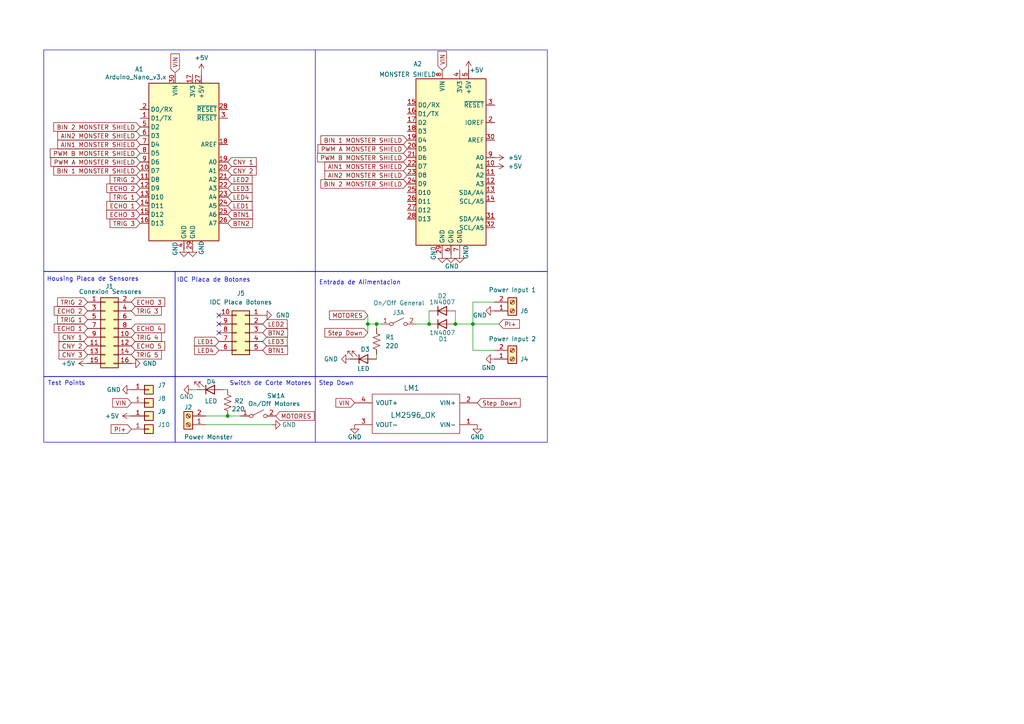
<source format=kicad_sch>
(kicad_sch (version 20231120) (generator "eeschema") (generator_version "8.0")
  (paper "A4")
  (lib_symbols
    (symbol "Connector:Screw_Terminal_01x02" (pin_names (offset 1.016) hide)
      (property "Reference" "J" (at 0 2.54 0))
      (property "Value" "Screw_Terminal_01x02" (at 0 -5.08 0))
      (symbol "Screw_Terminal_01x02_1_1"
        (rectangle (start -1.27 1.27) (end 1.27 -3.81) (stroke (width 0.254)) (fill (type background)))
        (circle (center 0 -2.54) (radius 0.635) (stroke (width 0.1524)))
        (polyline (pts (xy -0.5334 -2.2098) (xy 0.3302 -3.048)) (stroke (width 0.1524)))
        (polyline (pts (xy -0.5334 0.3302) (xy 0.3302 -0.508)) (stroke (width 0.1524)))
        (polyline (pts (xy -0.3556 -2.032) (xy 0.508 -2.8702)) (stroke (width 0.1524)))
        (polyline (pts (xy -0.3556 0.508) (xy 0.508 -0.3302)) (stroke (width 0.1524)))
        (circle (center 0 0) (radius 0.635) (stroke (width 0.1524)))
        (pin passive line (at -5.08 0 0) (length 3.81) (name "Pin_1") (number "1"))
        (pin passive line (at -5.08 -2.54 0) (length 3.81) (name "Pin_2") (number "2"))
      )
    )
    (symbol "Connector_Generic:Conn_01x01" (pin_names (offset 1.016) hide)
      (property "Reference" "J" (at 0 2.54 0))
      (property "Value" "Conn_01x01" (at 0 -2.54 0))
      (symbol "Conn_01x01_1_1"
        (rectangle (start -1.27 0.127) (end 0 -0.127) (stroke (width 0.1524)))
        (rectangle (start -1.27 1.27) (end 1.27 -1.27) (stroke (width 0.254)) (fill (type background)))
        (pin passive line (at -5.08 0 0) (length 3.81) (name "Pin_1") (number "1"))
      )
    )
    (symbol "Connector_Generic:Conn_02x05_Counter_Clockwise" (pin_names (offset 1.016) hide)
      (property "Reference" "J" (at 1.27 7.62 0))
      (property "Value" "Conn_02x05_Counter_Clockwise" (at 1.27 -7.62 0))
      (symbol "Conn_02x05_Counter_Clockwise_1_1"
        (rectangle (start -1.27 -4.953) (end 0 -5.207) (stroke (width 0.1524)))
        (rectangle (start -1.27 -2.413) (end 0 -2.667) (stroke (width 0.1524)))
        (rectangle (start -1.27 0.127) (end 0 -0.127) (stroke (width 0.1524)))
        (rectangle (start -1.27 2.667) (end 0 2.413) (stroke (width 0.1524)))
        (rectangle (start -1.27 5.207) (end 0 4.953) (stroke (width 0.1524)))
        (rectangle (start -1.27 6.35) (end 3.81 -6.35) (stroke (width 0.254)) (fill (type background)))
        (rectangle (start 3.81 -4.953) (end 2.54 -5.207) (stroke (width 0.1524)))
        (rectangle (start 3.81 -2.413) (end 2.54 -2.667) (stroke (width 0.1524)))
        (rectangle (start 3.81 0.127) (end 2.54 -0.127) (stroke (width 0.1524)))
        (rectangle (start 3.81 2.667) (end 2.54 2.413) (stroke (width 0.1524)))
        (rectangle (start 3.81 5.207) (end 2.54 4.953) (stroke (width 0.1524)))
        (pin passive line (at -5.08 5.08 0) (length 3.81) (name "Pin_1") (number "1"))
        (pin passive line (at 7.62 5.08 180) (length 3.81) (name "Pin_10") (number "10"))
        (pin passive line (at -5.08 2.54 0) (length 3.81) (name "Pin_2") (number "2"))
        (pin passive line (at -5.08 0 0) (length 3.81) (name "Pin_3") (number "3"))
        (pin passive line (at -5.08 -2.54 0) (length 3.81) (name "Pin_4") (number "4"))
        (pin passive line (at -5.08 -5.08 0) (length 3.81) (name "Pin_5") (number "5"))
        (pin passive line (at 7.62 -5.08 180) (length 3.81) (name "Pin_6") (number "6"))
        (pin passive line (at 7.62 -2.54 180) (length 3.81) (name "Pin_7") (number "7"))
        (pin passive line (at 7.62 0 180) (length 3.81) (name "Pin_8") (number "8"))
        (pin passive line (at 7.62 2.54 180) (length 3.81) (name "Pin_9") (number "9"))
      )
    )
    (symbol "Connector_Generic:Conn_02x08_Odd_Even" (pin_names (offset 1.016) hide)
      (property "Reference" "J" (at 1.27 10.16 0))
      (property "Value" "Conn_02x08_Odd_Even" (at 1.27 -12.7 0))
      (symbol "Conn_02x08_Odd_Even_1_1"
        (rectangle (start -1.27 -10.033) (end 0 -10.287) (stroke (width 0.1524)))
        (rectangle (start -1.27 -7.493) (end 0 -7.747) (stroke (width 0.1524)))
        (rectangle (start -1.27 -4.953) (end 0 -5.207) (stroke (width 0.1524)))
        (rectangle (start -1.27 -2.413) (end 0 -2.667) (stroke (width 0.1524)))
        (rectangle (start -1.27 0.127) (end 0 -0.127) (stroke (width 0.1524)))
        (rectangle (start -1.27 2.667) (end 0 2.413) (stroke (width 0.1524)))
        (rectangle (start -1.27 5.207) (end 0 4.953) (stroke (width 0.1524)))
        (rectangle (start -1.27 7.747) (end 0 7.493) (stroke (width 0.1524)))
        (rectangle (start -1.27 8.89) (end 3.81 -11.43) (stroke (width 0.254)) (fill (type background)))
        (rectangle (start 3.81 -10.033) (end 2.54 -10.287) (stroke (width 0.1524)))
        (rectangle (start 3.81 -7.493) (end 2.54 -7.747) (stroke (width 0.1524)))
        (rectangle (start 3.81 -4.953) (end 2.54 -5.207) (stroke (width 0.1524)))
        (rectangle (start 3.81 -2.413) (end 2.54 -2.667) (stroke (width 0.1524)))
        (rectangle (start 3.81 0.127) (end 2.54 -0.127) (stroke (width 0.1524)))
        (rectangle (start 3.81 2.667) (end 2.54 2.413) (stroke (width 0.1524)))
        (rectangle (start 3.81 5.207) (end 2.54 4.953) (stroke (width 0.1524)))
        (rectangle (start 3.81 7.747) (end 2.54 7.493) (stroke (width 0.1524)))
        (pin passive line (at -5.08 7.62 0) (length 3.81) (name "Pin_1") (number "1"))
        (pin passive line (at 7.62 -2.54 180) (length 3.81) (name "Pin_10") (number "10"))
        (pin passive line (at -5.08 -5.08 0) (length 3.81) (name "Pin_11") (number "11"))
        (pin passive line (at 7.62 -5.08 180) (length 3.81) (name "Pin_12") (number "12"))
        (pin passive line (at -5.08 -7.62 0) (length 3.81) (name "Pin_13") (number "13"))
        (pin passive line (at 7.62 -7.62 180) (length 3.81) (name "Pin_14") (number "14"))
        (pin passive line (at -5.08 -10.16 0) (length 3.81) (name "Pin_15") (number "15"))
        (pin passive line (at 7.62 -10.16 180) (length 3.81) (name "Pin_16") (number "16"))
        (pin passive line (at 7.62 7.62 180) (length 3.81) (name "Pin_2") (number "2"))
        (pin passive line (at -5.08 5.08 0) (length 3.81) (name "Pin_3") (number "3"))
        (pin passive line (at 7.62 5.08 180) (length 3.81) (name "Pin_4") (number "4"))
        (pin passive line (at -5.08 2.54 0) (length 3.81) (name "Pin_5") (number "5"))
        (pin passive line (at 7.62 2.54 180) (length 3.81) (name "Pin_6") (number "6"))
        (pin passive line (at -5.08 0 0) (length 3.81) (name "Pin_7") (number "7"))
        (pin passive line (at 7.62 0 180) (length 3.81) (name "Pin_8") (number "8"))
        (pin passive line (at -5.08 -2.54 0) (length 3.81) (name "Pin_9") (number "9"))
      )
    )
    (symbol "Device:LED" (pin_numbers hide) (pin_names (offset 1.016) hide)
      (property "Reference" "D" (at 0 2.54 0))
      (property "Value" "LED" (at 0 -2.54 0))
      (symbol "LED_0_1"
        (polyline (pts (xy -1.27 -1.27) (xy -1.27 1.27)) (stroke (width 0.254)))
        (polyline (pts (xy -1.27 0) (xy 1.27 0)))
        (polyline (pts (xy 1.27 -1.27) (xy 1.27 1.27) (xy -1.27 0) (xy 1.27 -1.27)) (stroke (width 0.254)))
        (polyline (pts (xy -3.048 -0.762) (xy -4.572 -2.286) (xy -3.81 -2.286) (xy -4.572 -2.286) (xy -4.572 -1.524)))
        (polyline (pts (xy -1.778 -0.762) (xy -3.302 -2.286) (xy -2.54 -2.286) (xy -3.302 -2.286) (xy -3.302 -1.524)))
      )
      (symbol "LED_1_1"
        (pin passive line (at -3.81 0 0) (length 2.54) (name "K") (number "1"))
        (pin passive line (at 3.81 0 180) (length 2.54) (name "A") (number "2"))
      )
    )
    (symbol "Device:R_US" (pin_numbers hide) (pin_names (offset 0))
      (property "Reference" "R" (at 2.54 0 90))
      (property "Value" "R_US" (at -2.54 0 90))
      (symbol "R_US_0_1"
        (polyline (pts (xy 0 -2.286) (xy 0 -2.54)))
        (polyline (pts (xy 0 2.286) (xy 0 2.54)))
        (polyline (pts (xy 0 -0.762) (xy 1.016 -1.143) (xy 0 -1.524) (xy -1.016 -1.905) (xy 0 -2.286)))
        (polyline (pts (xy 0 0.762) (xy 1.016 0.381) (xy 0 0) (xy -1.016 -0.381) (xy 0 -0.762)))
        (polyline (pts (xy 0 2.286) (xy 1.016 1.905) (xy 0 1.524) (xy -1.016 1.143) (xy 0 0.762)))
      )
      (symbol "R_US_1_1"
        (pin passive line (at 0 3.81 270) (length 1.27) (name "~") (number "1"))
        (pin passive line (at 0 -3.81 90) (length 1.27) (name "~") (number "2"))
      )
    )
    (symbol "Diode:1N4007" (pin_numbers hide) (pin_names hide)
      (property "Reference" "D" (at 0 2.54 0))
      (property "Value" "1N4007" (at 0 -2.54 0))
      (symbol "1N4007_0_1"
        (polyline (pts (xy -1.27 1.27) (xy -1.27 -1.27)) (stroke (width 0.254)))
        (polyline (pts (xy 1.27 0) (xy -1.27 0)))
        (polyline (pts (xy 1.27 1.27) (xy 1.27 -1.27) (xy -1.27 0) (xy 1.27 1.27)) (stroke (width 0.254)))
      )
      (symbol "1N4007_1_1"
        (pin passive line (at -3.81 0 0) (length 2.54) (name "K") (number "1"))
        (pin passive line (at 3.81 0 180) (length 2.54) (name "A") (number "2"))
      )
    )
    (symbol "LM2596:LM2596_OK" (pin_names (offset 1.016))
      (property "Reference" "LM1" (at 7.366 -1.524 90))
      (property "Value" "LM2596_OK" (at 4.572 -1.27 90))
      (symbol "LM2596_OK_0_1"
        (rectangle (start -8.89 11.43) (end 2.54 -13.97))
      )
      (symbol "LM2596_OK_1_1"
        (pin input line (at 0 -19.05 90) (length 5.08) (name "VIN-") (number "1"))
        (pin input line (at -6.35 -19.05 90) (length 5.08) (name "VIN+") (number "2"))
        (pin input line (at 0 16.51 270) (length 5.08) (name "VOUT-") (number "3"))
        (pin input line (at -6.35 16.51 270) (length 5.08) (name "VOUT+") (number "4"))
      )
    )
    (symbol "MCU_Module:Arduino_Nano_v3.x"
      (property "Reference" "A" (at -10.16 23.495 0))
      (property "Value" "Arduino_Nano_v3.x" (at 5.08 -24.13 0))
      (symbol "Arduino_Nano_v3.x_0_1"
        (rectangle (start -10.16 22.86) (end 10.16 -22.86) (stroke (width 0.254)) (fill (type background)))
      )
      (symbol "Arduino_Nano_v3.x_1_1"
        (pin bidirectional line (at -12.7 12.7 0) (length 2.54) (name "D1/TX") (number "1"))
        (pin bidirectional line (at -12.7 -2.54 0) (length 2.54) (name "D7") (number "10"))
        (pin bidirectional line (at -12.7 -5.08 0) (length 2.54) (name "D8") (number "11"))
        (pin bidirectional line (at -12.7 -7.62 0) (length 2.54) (name "D9") (number "12"))
        (pin bidirectional line (at -12.7 -10.16 0) (length 2.54) (name "D10") (number "13"))
        (pin bidirectional line (at -12.7 -12.7 0) (length 2.54) (name "D11") (number "14"))
        (pin bidirectional line (at -12.7 -15.24 0) (length 2.54) (name "D12") (number "15"))
        (pin bidirectional line (at -12.7 -17.78 0) (length 2.54) (name "D13") (number "16"))
        (pin power_out line (at 2.54 25.4 270) (length 2.54) (name "3V3") (number "17"))
        (pin input line (at 12.7 5.08 180) (length 2.54) (name "AREF") (number "18"))
        (pin bidirectional line (at 12.7 0 180) (length 2.54) (name "A0") (number "19"))
        (pin bidirectional line (at -12.7 15.24 0) (length 2.54) (name "D0/RX") (number "2"))
        (pin bidirectional line (at 12.7 -2.54 180) (length 2.54) (name "A1") (number "20"))
        (pin bidirectional line (at 12.7 -5.08 180) (length 2.54) (name "A2") (number "21"))
        (pin bidirectional line (at 12.7 -7.62 180) (length 2.54) (name "A3") (number "22"))
        (pin bidirectional line (at 12.7 -10.16 180) (length 2.54) (name "A4") (number "23"))
        (pin bidirectional line (at 12.7 -12.7 180) (length 2.54) (name "A5") (number "24"))
        (pin bidirectional line (at 12.7 -15.24 180) (length 2.54) (name "A6") (number "25"))
        (pin bidirectional line (at 12.7 -17.78 180) (length 2.54) (name "A7") (number "26"))
        (pin power_out line (at 5.08 25.4 270) (length 2.54) (name "+5V") (number "27"))
        (pin input line (at 12.7 15.24 180) (length 2.54) (name "~{RESET}") (number "28"))
        (pin power_in line (at 2.54 -25.4 90) (length 2.54) (name "GND") (number "29"))
        (pin input line (at 12.7 12.7 180) (length 2.54) (name "~{RESET}") (number "3"))
        (pin power_in line (at -2.54 25.4 270) (length 2.54) (name "VIN") (number "30"))
        (pin power_in line (at 0 -25.4 90) (length 2.54) (name "GND") (number "4"))
        (pin bidirectional line (at -12.7 10.16 0) (length 2.54) (name "D2") (number "5"))
        (pin bidirectional line (at -12.7 7.62 0) (length 2.54) (name "D3") (number "6"))
        (pin bidirectional line (at -12.7 5.08 0) (length 2.54) (name "D4") (number "7"))
        (pin bidirectional line (at -12.7 2.54 0) (length 2.54) (name "D5") (number "8"))
        (pin bidirectional line (at -12.7 0 0) (length 2.54) (name "D6") (number "9"))
      )
    )
    (symbol "MCU_Module:Arduino_UNO_R3"
      (property "Reference" "A" (at -10.16 23.495 0))
      (property "Value" "Arduino_UNO_R3" (at 5.08 -26.67 0))
      (symbol "Arduino_UNO_R3_0_1"
        (rectangle (start -10.16 22.86) (end 10.16 -25.4) (stroke (width 0.254)) (fill (type background)))
      )
      (symbol "Arduino_UNO_R3_1_1"
        (pin no_connect line (at -10.16 -20.32 0) (length 2.54) hide (name "NC") (number "1"))
        (pin bidirectional line (at 12.7 -2.54 180) (length 2.54) (name "A1") (number "10"))
        (pin bidirectional line (at 12.7 -5.08 180) (length 2.54) (name "A2") (number "11"))
        (pin bidirectional line (at 12.7 -7.62 180) (length 2.54) (name "A3") (number "12"))
        (pin bidirectional line (at 12.7 -10.16 180) (length 2.54) (name "SDA/A4") (number "13"))
        (pin bidirectional line (at 12.7 -12.7 180) (length 2.54) (name "SCL/A5") (number "14"))
        (pin bidirectional line (at -12.7 15.24 0) (length 2.54) (name "D0/RX") (number "15"))
        (pin bidirectional line (at -12.7 12.7 0) (length 2.54) (name "D1/TX") (number "16"))
        (pin bidirectional line (at -12.7 10.16 0) (length 2.54) (name "D2") (number "17"))
        (pin bidirectional line (at -12.7 7.62 0) (length 2.54) (name "D3") (number "18"))
        (pin bidirectional line (at -12.7 5.08 0) (length 2.54) (name "D4") (number "19"))
        (pin output line (at 12.7 10.16 180) (length 2.54) (name "IOREF") (number "2"))
        (pin bidirectional line (at -12.7 2.54 0) (length 2.54) (name "D5") (number "20"))
        (pin bidirectional line (at -12.7 0 0) (length 2.54) (name "D6") (number "21"))
        (pin bidirectional line (at -12.7 -2.54 0) (length 2.54) (name "D7") (number "22"))
        (pin bidirectional line (at -12.7 -5.08 0) (length 2.54) (name "D8") (number "23"))
        (pin bidirectional line (at -12.7 -7.62 0) (length 2.54) (name "D9") (number "24"))
        (pin bidirectional line (at -12.7 -10.16 0) (length 2.54) (name "D10") (number "25"))
        (pin bidirectional line (at -12.7 -12.7 0) (length 2.54) (name "D11") (number "26"))
        (pin bidirectional line (at -12.7 -15.24 0) (length 2.54) (name "D12") (number "27"))
        (pin bidirectional line (at -12.7 -17.78 0) (length 2.54) (name "D13") (number "28"))
        (pin power_in line (at -2.54 -27.94 90) (length 2.54) (name "GND") (number "29"))
        (pin input line (at 12.7 15.24 180) (length 2.54) (name "~{RESET}") (number "3"))
        (pin input line (at 12.7 5.08 180) (length 2.54) (name "AREF") (number "30"))
        (pin bidirectional line (at 12.7 -17.78 180) (length 2.54) (name "SDA/A4") (number "31"))
        (pin bidirectional line (at 12.7 -20.32 180) (length 2.54) (name "SCL/A5") (number "32"))
        (pin power_out line (at 2.54 25.4 270) (length 2.54) (name "3V3") (number "4"))
        (pin power_out line (at 5.08 25.4 270) (length 2.54) (name "+5V") (number "5"))
        (pin power_in line (at 0 -27.94 90) (length 2.54) (name "GND") (number "6"))
        (pin power_in line (at 2.54 -27.94 90) (length 2.54) (name "GND") (number "7"))
        (pin power_in line (at -2.54 25.4 270) (length 2.54) (name "VIN") (number "8"))
        (pin bidirectional line (at 12.7 0 180) (length 2.54) (name "A0") (number "9"))
      )
    )
    (symbol "Switch:SW_DPST_x2" (pin_names (offset 0) hide)
      (property "Reference" "SW" (at 0 3.175 0))
      (property "Value" "SW_DPST_x2" (at 0 -2.54 0))
      (symbol "SW_DPST_x2_0_0"
        (circle (center -2.032 0) (radius 0.508))
        (polyline (pts (xy -1.524 0.254) (xy 1.524 1.778)))
        (circle (center 2.032 0) (radius 0.508))
      )
      (symbol "SW_DPST_x2_1_1"
        (pin passive line (at -5.08 0 0) (length 2.54) (name "A") (number "1"))
        (pin passive line (at 5.08 0 180) (length 2.54) (name "B") (number "2"))
      )
      (symbol "SW_DPST_x2_2_1"
        (pin passive line (at -5.08 0 0) (length 2.54) (name "A") (number "3"))
        (pin passive line (at 5.08 0 180) (length 2.54) (name "B") (number "4"))
      )
    )
    (symbol "power:+5V" (power) (pin_numbers hide) (pin_names (offset 0) hide)
      (property "Value" "+5V" (at 0 3.556 0))
      (symbol "+5V_0_1"
        (polyline (pts (xy -0.762 1.27) (xy 0 2.54)))
        (polyline (pts (xy 0 0) (xy 0 2.54)))
        (polyline (pts (xy 0 2.54) (xy 0.762 1.27)))
      )
      (symbol "+5V_1_1"
        (pin power_in line (at 0 0 90) (length 0) (name "~") (number "1"))
      )
    )
    (symbol "power:GND" (power) (pin_numbers hide) (pin_names (offset 0) hide)
      (property "Value" "GND" (at 0 -3.81 0))
      (symbol "GND_0_1"
        (polyline (pts (xy 0 0) (xy 0 -1.27) (xy 1.27 -1.27) (xy 0 -2.54) (xy -1.27 -1.27) (xy 0 -1.27)))
      )
      (symbol "GND_1_1"
        (pin power_in line (at 0 0 270) (length 0) (name "~") (number "1"))
      )
    )
  )
  (junction (at 124.46 93.98))
  (junction (at 109.22 93.98))
  (junction (at 132.08 93.98))
  (junction (at 66.04 120.65))
  (junction (at 137.16 93.98))
  (junction (at 106.68 93.98))
  (no_connect (at 63.5 93.98))
  (no_connect (at 63.5 96.52))
  (no_connect (at 63.5 91.44))
  (wire (pts (xy 137.16 93.98) (xy 137.16 101.6)))
  (wire (pts (xy 53.34 72.39) (xy 53.34 71.882)))
  (wire (pts (xy 106.68 93.98) (xy 109.22 93.98)))
  (wire (pts (xy 59.69 120.65) (xy 66.04 120.65)))
  (wire (pts (xy 109.22 93.98) (xy 110.49 93.98)))
  (wire (pts (xy 137.16 87.63) (xy 137.16 93.98)))
  (wire (pts (xy 137.16 101.6) (xy 143.51 101.6)))
  (wire (pts (xy 132.08 93.98) (xy 137.16 93.98)))
  (wire (pts (xy 109.22 95.25) (xy 109.22 93.98)))
  (wire (pts (xy 124.46 90.17) (xy 124.46 93.98)))
  (wire (pts (xy 144.78 93.98) (xy 137.16 93.98)))
  (wire (pts (xy 109.22 102.87) (xy 109.22 104.14)))
  (wire (pts (xy 132.08 90.17) (xy 132.08 93.98)))
  (wire (pts (xy 78.74 123.19) (xy 59.69 123.19)))
  (wire (pts (xy 58.42 21.59) (xy 58.42 21.082)))
  (wire (pts (xy 106.68 91.44) (xy 106.68 93.98)))
  (wire (pts (xy 55.88 72.39) (xy 55.88 71.882)))
  (wire (pts (xy 66.04 120.65) (xy 69.85 120.65)))
  (wire (pts (xy 57.15 113.03) (xy 55.88 113.03)))
  (wire (pts (xy 66.04 113.03) (xy 64.77 113.03)))
  (wire (pts (xy 106.68 93.98) (xy 106.68 96.52)))
  (wire (pts (xy 137.16 87.63) (xy 143.51 87.63)))
  (wire (pts (xy 120.65 93.98) (xy 124.46 93.98)))
  (wire (pts (xy 50.8 21.59) (xy 50.8 21.082)))
  (rectangle (start 50.8 78.74) (end 91.44 109.22))
  (rectangle (start 12.7 14.478) (end 91.44 78.74))
  (rectangle (start 91.44 109.22) (end 158.75 128.27))
  (rectangle (start 91.44 78.74) (end 158.75 109.22))
  (rectangle (start 12.7 109.22) (end 50.8 128.27))
  (rectangle (start 50.8 109.22) (end 91.44 128.27))
  (rectangle (start 91.44 14.478) (end 158.75 78.74))
  (rectangle (start 12.7 78.74) (end 50.8 109.22))
  (text "Switch de Corte Motores" (at 78.486 111.252 0) (effects (font (size 1.27 1.27))))
  (text "Entrada de Alimentacion" (at 104.394 82.042 0) (effects (font (size 1.27 1.27))))
  (text "Test Points\n" (at 19.304 111.252 0) (effects (font (size 1.27 1.27))))
  (text "Step Down\n" (at 97.536 111.252 0) (effects (font (size 1.27 1.27))))
  (text "Housing Placa de Sensores" (at 26.924 81.026 0) (effects (font (size 1.27 1.27))))
  (text "IDC Placa de Botones" (at 61.976 81.28 0) (effects (font (size 1.27 1.27))))
  (global_label "ECHO 2" (shape input) (at 25.4 90.17 180) (property "Intersheetrefs" "${INTERSHEET_REFS}" (effects (hide yes))))
  (global_label "CNY 3" (shape input) (at 25.4 102.87 180) (property "Intersheetrefs" "${INTERSHEET_REFS}" (effects (hide yes))))
  (global_label "TRIG 1" (shape input) (at 25.4 92.71 180) (property "Intersheetrefs" "${INTERSHEET_REFS}" (effects (hide yes))))
  (global_label "TRIG 1" (shape input) (at 40.64 57.15 180) (property "Intersheetrefs" "${INTERSHEET_REFS}" (effects (hide yes))))
  (global_label "CNY 1" (shape input) (at 66.04 46.99 0) (property "Intersheetrefs" "${INTERSHEET_REFS}" (effects (hide yes))))
  (global_label "BIN 1 MONSTER SHIELD" (shape input) (at 118.11 40.64 180) (property "Intersheetrefs" "${INTERSHEET_REFS}" (effects (hide yes))))
  (global_label "BIN 2 MONSTER SHIELD" (shape input) (at 40.64 36.83 180) (property "Intersheetrefs" "${INTERSHEET_REFS}" (effects (hide yes))))
  (global_label "MOTORES" (shape input) (at 106.68 91.44 180) (property "Intersheetrefs" "${INTERSHEET_REFS}" (effects (hide yes))))
  (global_label "CNY 2" (shape input) (at 66.04 49.53 0) (property "Intersheetrefs" "${INTERSHEET_REFS}" (effects (hide yes))))
  (global_label "LED2" (shape input) (at 66.04 52.07 0) (property "Intersheetrefs" "${INTERSHEET_REFS}" (effects (hide yes))))
  (global_label "Step Down" (shape input) (at 106.68 96.52 180) (property "Intersheetrefs" "${INTERSHEET_REFS}" (effects (hide yes))))
  (global_label "VIN" (shape input) (at 50.8 21.082 90) (property "Intersheetrefs" "${INTERSHEET_REFS}" (effects (hide yes))))
  (global_label "MOTORES" (shape input) (at 80.01 120.65 0) (property "Intersheetrefs" "${INTERSHEET_REFS}" (effects (hide yes))))
  (global_label "PWM B MONSTER SHIELD" (shape input) (at 40.64 44.45 180) (property "Intersheetrefs" "${INTERSHEET_REFS}" (effects (hide yes))))
  (global_label "BTN2" (shape input) (at 76.2 96.52 0) (property "Intersheetrefs" "${INTERSHEET_REFS}" (effects (hide yes))))
  (global_label "PWM A MONSTER SHIELD" (shape input) (at 118.11 43.18 180) (property "Intersheetrefs" "${INTERSHEET_REFS}" (effects (hide yes))))
  (global_label "LED4" (shape input) (at 63.5 101.6 180) (property "Intersheetrefs" "${INTERSHEET_REFS}" (effects (hide yes))))
  (global_label "CNY 1" (shape input) (at 25.4 97.79 180) (property "Intersheetrefs" "${INTERSHEET_REFS}" (effects (hide yes))))
  (global_label "LED2" (shape input) (at 76.2 93.98 0) (property "Intersheetrefs" "${INTERSHEET_REFS}" (effects (hide yes))))
  (global_label "LED1" (shape input) (at 63.5 99.06 180) (property "Intersheetrefs" "${INTERSHEET_REFS}" (effects (hide yes))))
  (global_label "LED4" (shape input) (at 66.04 57.15 0) (property "Intersheetrefs" "${INTERSHEET_REFS}" (effects (hide yes))))
  (global_label "LED3" (shape input) (at 66.04 54.61 0) (property "Intersheetrefs" "${INTERSHEET_REFS}" (effects (hide yes))))
  (global_label "Step Down" (shape input) (at 138.43 116.84 0) (property "Intersheetrefs" "${INTERSHEET_REFS}" (effects (hide yes))))
  (global_label "TRIG 5" (shape input) (at 38.1 102.87 0) (property "Intersheetrefs" "${INTERSHEET_REFS}" (effects (hide yes))))
  (global_label "TRIG 3" (shape input) (at 38.1 90.17 0) (property "Intersheetrefs" "${INTERSHEET_REFS}" (effects (hide yes))))
  (global_label "LED3" (shape input) (at 76.2 99.06 0) (property "Intersheetrefs" "${INTERSHEET_REFS}" (effects (hide yes))))
  (global_label "ECHO 3" (shape input) (at 40.64 62.23 180) (property "Intersheetrefs" "${INTERSHEET_REFS}" (effects (hide yes))))
  (global_label "PWM B MONSTER SHIELD" (shape input) (at 118.11 45.72 180) (property "Intersheetrefs" "${INTERSHEET_REFS}" (effects (hide yes))))
  (global_label "ECHO 1" (shape input) (at 40.64 59.69 180) (property "Intersheetrefs" "${INTERSHEET_REFS}" (effects (hide yes))))
  (global_label "ECHO 4" (shape input) (at 38.1 95.25 0) (property "Intersheetrefs" "${INTERSHEET_REFS}" (effects (hide yes))))
  (global_label "TRIG 3" (shape input) (at 40.64 64.77 180) (property "Intersheetrefs" "${INTERSHEET_REFS}" (effects (hide yes))))
  (global_label "ECHO 1" (shape input) (at 25.4 95.25 180) (property "Intersheetrefs" "${INTERSHEET_REFS}" (effects (hide yes))))
  (global_label "TRIG 4" (shape input) (at 38.1 97.79 0) (property "Intersheetrefs" "${INTERSHEET_REFS}" (effects (hide yes))))
  (global_label "AIN1 MONSTER SHIELD" (shape input) (at 40.64 41.91 180) (property "Intersheetrefs" "${INTERSHEET_REFS}" (effects (hide yes))))
  (global_label "AIN1 MONSTER SHIELD" (shape input) (at 118.11 48.26 180) (property "Intersheetrefs" "${INTERSHEET_REFS}" (effects (hide yes))))
  (global_label "VIN" (shape input) (at 128.27 20.32 90) (property "Intersheetrefs" "${INTERSHEET_REFS}" (effects (hide yes))))
  (global_label "TRIG 2" (shape input) (at 25.4 87.63 180) (property "Intersheetrefs" "${INTERSHEET_REFS}" (effects (hide yes))))
  (global_label "ECHO 3" (shape input) (at 38.1 87.63 0) (property "Intersheetrefs" "${INTERSHEET_REFS}" (effects (hide yes))))
  (global_label "CNY 2" (shape input) (at 25.4 100.33 180) (property "Intersheetrefs" "${INTERSHEET_REFS}" (effects (hide yes))))
  (global_label "ECHO 5" (shape input) (at 38.1 100.33 0) (property "Intersheetrefs" "${INTERSHEET_REFS}" (effects (hide yes))))
  (global_label "BTN1" (shape input) (at 66.04 62.23 0) (property "Intersheetrefs" "${INTERSHEET_REFS}" (effects (hide yes))))
  (global_label "BIN 1 MONSTER SHIELD" (shape input) (at 40.64 49.53 180) (property "Intersheetrefs" "${INTERSHEET_REFS}" (effects (hide yes))))
  (global_label "TRIG 2" (shape input) (at 40.64 52.07 180) (property "Intersheetrefs" "${INTERSHEET_REFS}" (effects (hide yes))))
  (global_label "PI+" (shape input) (at 144.78 93.98 0) (property "Intersheetrefs" "${INTERSHEET_REFS}" (effects (hide yes))))
  (global_label "ECHO 2" (shape input) (at 40.64 54.61 180) (property "Intersheetrefs" "${INTERSHEET_REFS}" (effects (hide yes))))
  (global_label "PWM A MONSTER SHIELD" (shape input) (at 40.64 46.99 180) (property "Intersheetrefs" "${INTERSHEET_REFS}" (effects (hide yes))))
  (global_label "BTN1" (shape input) (at 76.2 101.6 0) (property "Intersheetrefs" "${INTERSHEET_REFS}" (effects (hide yes))))
  (global_label "AIN2 MONSTER SHIELD" (shape input) (at 118.11 50.8 180) (property "Intersheetrefs" "${INTERSHEET_REFS}" (effects (hide yes))))
  (global_label "BIN 2 MONSTER SHIELD" (shape input) (at 118.11 53.34 180) (property "Intersheetrefs" "${INTERSHEET_REFS}" (effects (hide yes))))
  (global_label "VIN" (shape input) (at 102.87 116.84 180) (property "Intersheetrefs" "${INTERSHEET_REFS}" (effects (hide yes))))
  (global_label "PI+" (shape input) (at 38.1 124.46 180) (property "Intersheetrefs" "${INTERSHEET_REFS}" (effects (hide yes))))
  (global_label "BTN2" (shape input) (at 66.04 64.77 0) (property "Intersheetrefs" "${INTERSHEET_REFS}" (effects (hide yes))))
  (global_label "VIN" (shape input) (at 38.1 116.84 180) (property "Intersheetrefs" "${INTERSHEET_REFS}" (effects (hide yes))))
  (global_label "LED1" (shape input) (at 66.04 59.69 0) (property "Intersheetrefs" "${INTERSHEET_REFS}" (effects (hide yes))))
  (global_label "AIN2 MONSTER SHIELD" (shape input) (at 40.64 39.37 180) (property "Intersheetrefs" "${INTERSHEET_REFS}" (effects (hide yes))))
  (symbol (lib_id "Connector_Generic:Conn_01x01") (at 43.18 124.46 0) (unit 1)
    (property "Reference" "J10" (at 45.72 123.1899 0) (effects (justify left)))
    (property "Value" "Conn_01x01" (effects (hide yes)))
    (property "Footprint" "Connector_PinHeader_1.00mm:PinHeader_1x01_P1.00mm_Vertical" (effects (hide yes)))
    (property "Description" "Generic connector, single row, 01x01, script generated (kicad-library-utils/schlib/autogen/connector/)" (effects (hide yes)))
  )
  (symbol (lib_id "power:GND") (at 76.2 91.44 90) (unit 1)
    (property "Reference" "#PWR01" (effects (hide yes)))
    (property "Value" "GND" (at 80.01 91.4399 90) (effects (justify right)))
    (property "Description" "Power symbol creates a global label with name \"GND\" , ground" (effects (hide yes)))
  )
  (symbol (lib_id "power:+5V") (at 38.1 120.65 90) (unit 1)
    (property "Reference" "#PWR021" (effects (hide yes)))
    (property "Value" "+5V" (at 34.544 120.6499 90) (effects (justify left)))
    (property "Description" "Power symbol creates a global label with name \"+5V\"" (effects (hide yes)))
  )
  (symbol (lib_id "power:GND") (at 38.1 105.41 90) (unit 1)
    (property "Reference" "#PWR013" (effects (hide yes)))
    (property "Value" "GND" (at 43.434 105.41 90))
    (property "Description" "Power symbol creates a global label with name \"GND\" , ground" (effects (hide yes)))
  )
  (symbol (lib_id "power:+5V") (at 58.42 21.082 0) (unit 1)
    (property "Reference" "#PWR05" (effects (hide yes)))
    (property "Value" "+5V" (at 58.42 16.764 0))
    (property "Description" "Power symbol creates a global label with name \"+5V\"" (effects (hide yes)))
  )
  (symbol (lib_id "Connector_Generic:Conn_02x08_Odd_Even") (at 30.48 95.25 0) (unit 1)
    (property "Reference" "J1" (at 31.75 83.058 0))
    (property "Value" "Conexion Sensores" (at 32.004 84.582 0))
    (property "Footprint" "Connector_PinHeader_2.54mm:PinHeader_2x08_P2.54mm_Horizontal" (effects (hide yes)))
    (property "Description" "Generic connector, double row, 02x08, odd/even pin numbering scheme (row 1 odd numbers, row 2 even numbers), script generated (kicad-library-utils/schlib/autogen/connector/)" (effects (hide yes)))
  )
  (symbol (lib_id "Diode:1N4007") (at 128.27 93.98 0) (unit 1)
    (property "Reference" "D1" (at 128.524 98.298 0))
    (property "Value" "1N4007" (at 128.27 96.52 0))
    (property "Footprint" "Diode_THT:D_DO-41_SOD81_P10.16mm_Horizontal" (effects (hide yes)))
    (property "Datasheet" "http://www.vishay.com/docs/88503/1n4001.pdf" (effects (hide yes)))
    (property "Description" "1000V 1A General Purpose Rectifier Diode, DO-41" (effects (hide yes)))
    (property "Sim.Device" "D" (effects (hide yes)))
    (property "Sim.Pins" "1=K 2=A" (effects (hide yes)))
  )
  (symbol (lib_id "power:+5V") (at 143.51 45.72 270) (unit 1)
    (property "Reference" "#PWR019" (effects (hide yes)))
    (property "Value" "+5V" (at 147.32 45.7199 90) (effects (justify left)))
    (property "Description" "Power symbol creates a global label with name \"+5V\"" (effects (hide yes)))
  )
  (symbol (lib_id "Connector_Generic:Conn_02x05_Counter_Clockwise") (at 71.12 96.52 0) (mirror y) (unit 1)
    (property "Reference" "J5" (at 69.85 85.09 0))
    (property "Value" "IDC Placa Botones" (at 69.85 87.63 0))
    (property "Footprint" "Connector_IDC:IDC-Header_2x05_P2.54mm_Horizontal" (effects (hide yes)))
    (property "Description" "Generic connector, double row, 02x05, counter clockwise pin numbering scheme (similar to DIP package numbering), script generated (kicad-library-utils/schlib/autogen/connector/)" (effects (hide yes)))
  )
  (symbol (lib_id "Switch:SW_DPST_x2") (at 115.57 93.98 0) (unit 1)
    (property "Reference" "J3" (at 113.792 90.678 0) (effects (justify left)))
    (property "Value" "On/Off General" (at 108.204 87.884 0) (effects (justify left)))
    (property "Footprint" "TerminalBlock:TerminalBlock_bornier-2_P5.08mm" (effects (hide yes)))
    (property "Description" "Single Pole Single Throw (SPST) switch, separate symbol" (effects (hide yes)))
  )
  (symbol (lib_id "power:GND") (at 55.88 113.03 270) (unit 1)
    (property "Reference" "#PWR017" (effects (hide yes)))
    (property "Value" "GND" (at 56.134 115.062 90) (effects (justify right)))
    (property "Description" "Power symbol creates a global label with name \"GND\" , ground" (effects (hide yes)))
  )
  (symbol (lib_id "power:GND") (at 128.27 73.66 0) (unit 1)
    (property "Reference" "#PWR07" (effects (hide yes)))
    (property "Value" "GND" (at 125.73 73.406 90))
    (property "Description" "Power symbol creates a global label with name \"GND\" , ground" (effects (hide yes)))
  )
  (symbol (lib_id "Connector_Generic:Conn_01x01") (at 43.18 120.65 0) (unit 1)
    (property "Reference" "J9" (at 45.72 119.3799 0) (effects (justify left)))
    (property "Value" "Conn_01x01" (effects (hide yes)))
    (property "Footprint" "Connector_PinHeader_1.00mm:PinHeader_1x01_P1.00mm_Vertical" (effects (hide yes)))
    (property "Description" "Generic connector, single row, 01x01, script generated (kicad-library-utils/schlib/autogen/connector/)" (effects (hide yes)))
  )
  (symbol (lib_id "Device:LED") (at 60.96 113.03 0) (mirror x) (unit 1)
    (property "Reference" "D4" (at 61.214 110.744 0))
    (property "Value" "LED" (at 61.214 116.332 0))
    (property "Footprint" "LED_THT:LED_D5.0mm_Horizontal_O1.27mm_Z3.0mm" (effects (hide yes)))
    (property "Description" "Light emitting diode" (effects (hide yes)))
  )
  (symbol (lib_id "LM2596:LM2596_OK") (at 119.38 123.19 90) (mirror x) (unit 1)
    (property "Reference" "LM1" (at 119.38 112.522 90) (effects (font (size 1.524 1.524))))
    (property "Value" "LM2596_OK" (at 119.888 120.396 90) (effects (font (size 1.524 1.524))))
    (property "Footprint" "LM2596:LM2596_correctedMeas" (effects (hide yes)))
  )
  (symbol (lib_id "Connector_Generic:Conn_01x01") (at 43.18 116.84 0) (unit 1)
    (property "Reference" "J8" (at 45.72 115.5699 0) (effects (justify left)))
    (property "Value" "Conn_01x01" (effects (hide yes)))
    (property "Footprint" "Connector_PinHeader_1.00mm:PinHeader_1x01_P1.00mm_Vertical" (effects (hide yes)))
    (property "Description" "Generic connector, single row, 01x01, script generated (kicad-library-utils/schlib/autogen/connector/)" (effects (hide yes)))
  )
  (symbol (lib_id "Switch:SW_DPST_x2") (at 74.93 120.65 0) (unit 1)
    (property "Reference" "SW1" (at 80.01 114.808 0))
    (property "Value" "On/Off Motores" (at 79.502 117.094 0))
    (property "Footprint" "Button_Switch_THT:SW_Slide_SPDT_Angled_CK_OS102011MA1Q" (effects (hide yes)))
    (property "Description" "Single Pole Single Throw (SPST) switch, separate symbol" (effects (hide yes)))
  )
  (symbol (lib_id "power:GND") (at 138.43 123.19 0) (unit 1)
    (property "Reference" "#PWR015" (effects (hide yes)))
    (property "Value" "GND" (at 138.43 126.746 0))
    (property "Description" "Power symbol creates a global label with name \"GND\" , ground" (effects (hide yes)))
  )
  (symbol (lib_id "Diode:1N4007") (at 128.27 90.17 0) (unit 1)
    (property "Reference" "D2" (at 128.27 85.852 0))
    (property "Value" "1N4007" (at 128.27 87.63 0))
    (property "Footprint" "Diode_THT:D_DO-41_SOD81_P10.16mm_Horizontal" (effects (hide yes)))
    (property "Datasheet" "http://www.vishay.com/docs/88503/1n4001.pdf" (effects (hide yes)))
    (property "Description" "1000V 1A General Purpose Rectifier Diode, DO-41" (effects (hide yes)))
    (property "Sim.Device" "D" (effects (hide yes)))
    (property "Sim.Pins" "1=K 2=A" (effects (hide yes)))
  )
  (symbol (lib_id "Device:R_US") (at 66.04 116.84 180) (unit 1)
    (property "Reference" "R2" (at 69.342 116.332 0))
    (property "Value" "220" (at 69.088 118.618 0))
    (property "Footprint" "Resistor_THT:R_Axial_DIN0204_L3.6mm_D1.6mm_P7.62mm_Horizontal" (effects (hide yes)))
    (property "Description" "Resistor, US symbol" (effects (hide yes)))
  )
  (symbol (lib_id "Connector_Generic:Conn_01x01") (at 43.18 113.03 0) (unit 1)
    (property "Reference" "J7" (at 45.72 111.7599 0) (effects (justify left)))
    (property "Value" "Conn_01x01" (effects (hide yes)))
    (property "Footprint" "Connector_PinHeader_1.00mm:PinHeader_1x01_P1.00mm_Vertical" (effects (hide yes)))
    (property "Description" "Generic connector, single row, 01x01, script generated (kicad-library-utils/schlib/autogen/connector/)" (effects (hide yes)))
  )
  (symbol (lib_id "power:GND") (at 78.74 123.19 90) (unit 1)
    (property "Reference" "#PWR011" (effects (hide yes)))
    (property "Value" "GND" (at 81.788 123.19 90) (effects (justify right)))
    (property "Description" "Power symbol creates a global label with name \"GND\" , ground" (effects (hide yes)))
  )
  (symbol (lib_id "Device:LED") (at 105.41 104.14 0) (mirror x) (unit 1)
    (property "Reference" "D3" (at 105.918 101.346 0))
    (property "Value" "LED" (at 105.41 106.934 0))
    (property "Footprint" "LED_THT:LED_D5.0mm_Horizontal_O1.27mm_Z3.0mm" (effects (hide yes)))
    (property "Description" "Light emitting diode" (effects (hide yes)))
  )
  (symbol (lib_id "power:GND") (at 130.81 73.66 0) (unit 1)
    (property "Reference" "#PWR08" (effects (hide yes)))
    (property "Value" "GND" (at 131.064 77.216 0))
    (property "Description" "Power symbol creates a global label with name \"GND\" , ground" (effects (hide yes)))
  )
  (symbol (lib_id "power:GND") (at 101.6 104.14 270) (unit 1)
    (property "Reference" "#PWR016" (effects (hide yes)))
    (property "Value" "GND" (at 98.044 104.14 90) (effects (justify right)))
    (property "Description" "Power symbol creates a global label with name \"GND\" , ground" (effects (hide yes)))
  )
  (symbol (lib_id "Device:R_US") (at 109.22 99.06 0) (unit 1)
    (property "Reference" "R1" (at 111.76 97.7899 0) (effects (justify left)))
    (property "Value" "220" (at 111.76 100.3299 0) (effects (justify left)))
    (property "Footprint" "Resistor_THT:R_Axial_DIN0204_L3.6mm_D1.6mm_P7.62mm_Horizontal" (effects (hide yes)))
    (property "Description" "Resistor, US symbol" (effects (hide yes)))
  )
  (symbol (lib_id "Connector:Screw_Terminal_01x02") (at 148.59 90.17 0) (mirror x) (unit 1)
    (property "Reference" "J6" (at 150.876 90.1701 0) (effects (justify left)))
    (property "Value" "Power Input 1" (at 141.732 84.074 0) (effects (justify left)))
    (property "Footprint" "Connector_AMASS:AMASS_XT60-M_1x02_P7.20mm_Vertical" (effects (hide yes)))
    (property "Description" "Generic screw terminal, single row, 01x02, script generated (kicad-library-utils/schlib/autogen/connector/)" (effects (hide yes)))
  )
  (symbol (lib_id "power:GND") (at 55.88 71.882 0) (unit 1)
    (property "Reference" "#PWR04" (effects (hide yes)))
    (property "Value" "GND" (at 58.42 71.882 90))
    (property "Description" "Power symbol creates a global label with name \"GND\" , ground" (effects (hide yes)))
  )
  (symbol (lib_id "power:GND") (at 53.34 71.882 0) (unit 1)
    (property "Reference" "#PWR03" (effects (hide yes)))
    (property "Value" "GND" (at 50.8 72.136 90))
    (property "Description" "Power symbol creates a global label with name \"GND\" , ground" (effects (hide yes)))
  )
  (symbol (lib_id "power:GND") (at 38.1 113.03 270) (unit 1)
    (property "Reference" "#PWR020" (effects (hide yes)))
    (property "Value" "GND" (at 35.052 113.03 90) (effects (justify right)))
    (property "Description" "Power symbol creates a global label with name \"GND\" , ground" (effects (hide yes)))
  )
  (symbol (lib_id "Connector:Screw_Terminal_01x02") (at 54.61 123.19 180) (unit 1)
    (property "Reference" "J2" (at 54.61 118.11 0))
    (property "Value" "Power Monster" (at 60.452 126.746 0))
    (property "Footprint" "TerminalBlock:TerminalBlock_bornier-2_P5.08mm" (effects (hide yes)))
    (property "Description" "Generic screw terminal, single row, 01x02, script generated (kicad-library-utils/schlib/autogen/connector/)" (effects (hide yes)))
  )
  (symbol (lib_id "power:GND") (at 133.35 73.66 0) (unit 1)
    (property "Reference" "#PWR09" (effects (hide yes)))
    (property "Value" "GND" (at 135.128 73.152 90))
    (property "Description" "Power symbol creates a global label with name \"GND\" , ground" (effects (hide yes)))
  )
  (symbol (lib_id "Connector:Screw_Terminal_01x02") (at 148.59 104.14 0) (mirror x) (unit 1)
    (property "Reference" "J4" (at 150.876 104.1401 0) (effects (justify left)))
    (property "Value" "Power Input 2" (at 141.732 98.298 0) (effects (justify left)))
    (property "Footprint" "Connector_AMASS:AMASS_XT60-M_1x02_P7.20mm_Vertical" (effects (hide yes)))
    (property "Description" "Generic screw terminal, single row, 01x02, script generated (kicad-library-utils/schlib/autogen/connector/)" (effects (hide yes)))
  )
  (symbol (lib_id "MCU_Module:Arduino_Nano_v3.x") (at 53.34 46.99 0) (unit 1)
    (property "Reference" "A1" (at 39.116 20.066 0) (effects (justify left)))
    (property "Value" "Arduino_Nano_v3.x" (at 30.48 22.352 0) (effects (justify left)))
    (property "Footprint" "Module:Arduino_Nano" (effects (hide yes)))
    (property "Datasheet" "http://www.mouser.com/pdfdocs/Gravitech_Arduino_Nano3_0.pdf" (effects (hide yes)))
    (property "Description" "Arduino Nano v3.x" (effects (hide yes)))
  )
  (symbol (lib_id "power:+5V") (at 25.4 105.41 90) (unit 1)
    (property "Reference" "#PWR010" (effects (hide yes)))
    (property "Value" "+5V" (at 21.844 105.4099 90) (effects (justify left)))
    (property "Description" "Power symbol creates a global label with name \"+5V\"" (effects (hide yes)))
  )
  (symbol (lib_id "MCU_Module:Arduino_UNO_R3") (at 130.81 45.72 0) (unit 1)
    (property "Reference" "A2" (at 119.888 18.542 0) (effects (justify left)))
    (property "Value" "MONSTER SHIELD" (at 109.982 21.59 0) (effects (justify left)))
    (property "Footprint" "Module:Arduino_UNO_R3" (effects (hide yes)))
    (property "Datasheet" "https://www.arduino.cc/en/Main/arduinoBoardUno" (effects (hide yes)))
    (property "Description" "Arduino UNO Microcontroller Module, release 3" (effects (hide yes)))
  )
  (symbol (lib_id "power:GND") (at 102.87 123.19 0) (unit 1)
    (property "Reference" "#PWR014" (effects (hide yes)))
    (property "Value" "GND" (at 102.87 126.746 0))
    (property "Description" "Power symbol creates a global label with name \"GND\" , ground" (effects (hide yes)))
  )
  (symbol (lib_id "power:+5V") (at 143.51 48.26 270) (unit 1)
    (property "Reference" "#PWR018" (effects (hide yes)))
    (property "Value" "+5V" (at 147.32 48.2599 90) (effects (justify left)))
    (property "Description" "Power symbol creates a global label with name \"+5V\"" (effects (hide yes)))
  )
  (symbol (lib_id "power:GND") (at 143.51 104.14 270) (unit 1)
    (property "Reference" "#PWR012" (effects (hide yes)))
    (property "Value" "GND" (at 143.764 106.68 90) (effects (justify right)))
    (property "Description" "Power symbol creates a global label with name \"GND\" , ground" (effects (hide yes)))
  )
  (symbol (lib_id "power:GND") (at 143.51 90.17 270) (unit 1)
    (property "Reference" "#PWR02" (effects (hide yes)))
    (property "Value" "GND" (at 141.224 91.44 90) (effects (justify right)))
    (property "Description" "Power symbol creates a global label with name \"GND\" , ground" (effects (hide yes)))
  )
  (symbol (lib_id "power:+5V") (at 135.89 20.32 0) (unit 1)
    (property "Reference" "#PWR06" (effects (hide yes)))
    (property "Value" "+5V" (at 138.176 20.32 0))
    (property "Description" "Power symbol creates a global label with name \"+5V\"" (effects (hide yes)))
  )
)
</source>
